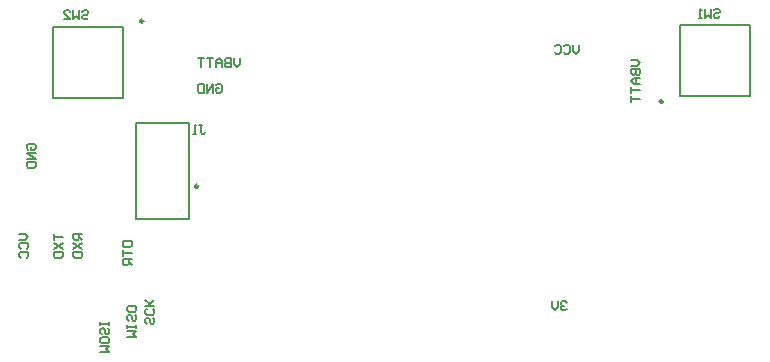
<source format=gbo>
G04*
G04 #@! TF.GenerationSoftware,Altium Limited,Altium Designer,19.1.7 (138)*
G04*
G04 Layer_Color=32896*
%FSLAX25Y25*%
%MOIN*%
G70*
G01*
G75*
%ADD10C,0.00984*%
%ADD13C,0.00787*%
%ADD16C,0.00600*%
D10*
X131819Y251421D02*
G03*
X131819Y251421I-492J0D01*
G01*
X304992Y224579D02*
G03*
X304992Y224579I-492J0D01*
G01*
X150079Y196358D02*
G03*
X150079Y196358I-492J0D01*
G01*
D13*
X125224Y225831D02*
Y249453D01*
X101602Y225831D02*
Y249453D01*
Y225831D02*
X125224D01*
X101602Y249453D02*
X125224D01*
X310602Y226547D02*
Y250169D01*
X334224Y226547D02*
Y250169D01*
X310602D02*
X334224D01*
X310602Y226547D02*
X334224D01*
X129508Y185335D02*
Y217618D01*
X147028D01*
Y185335D02*
Y217618D01*
X129508Y185335D02*
X147028D01*
D16*
X294501Y238500D02*
X296500D01*
X297500Y237500D01*
X296500Y236501D01*
X294501D01*
Y235501D02*
X297500D01*
Y234001D01*
X297000Y233502D01*
X296500D01*
X296001Y234001D01*
Y235501D01*
Y234001D01*
X295501Y233502D01*
X295001D01*
X294501Y234001D01*
Y235501D01*
X297500Y232502D02*
X295501D01*
X294501Y231502D01*
X295501Y230503D01*
X297500D01*
X296001D01*
Y232502D01*
X294501Y229503D02*
Y227504D01*
Y228503D01*
X297500D01*
X294501Y226504D02*
Y224504D01*
Y225504D01*
X297500D01*
X273000Y157499D02*
X272500Y157999D01*
X271500D01*
X271001Y157499D01*
Y156999D01*
X271500Y156500D01*
X272000D01*
X271500D01*
X271001Y156000D01*
Y155500D01*
X271500Y155000D01*
X272500D01*
X273000Y155500D01*
X270001Y157999D02*
Y156000D01*
X269001Y155000D01*
X268002Y156000D01*
Y157999D01*
X277000Y243499D02*
Y241500D01*
X276000Y240500D01*
X275001Y241500D01*
Y243499D01*
X272002Y242999D02*
X272501Y243499D01*
X273501D01*
X274001Y242999D01*
Y241000D01*
X273501Y240500D01*
X272501D01*
X272002Y241000D01*
X269003Y242999D02*
X269502Y243499D01*
X270502D01*
X271002Y242999D01*
Y241000D01*
X270502Y240500D01*
X269502D01*
X269003Y241000D01*
X156001Y229999D02*
X156500Y230499D01*
X157500D01*
X158000Y229999D01*
Y228000D01*
X157500Y227500D01*
X156500D01*
X156001Y228000D01*
Y228999D01*
X157000D01*
X155001Y227500D02*
Y230499D01*
X153002Y227500D01*
Y230499D01*
X152002D02*
Y227500D01*
X150502D01*
X150003Y228000D01*
Y229999D01*
X150502Y230499D01*
X152002D01*
X164000Y238999D02*
Y237000D01*
X163000Y236000D01*
X162001Y237000D01*
Y238999D01*
X161001D02*
Y236000D01*
X159501D01*
X159002Y236500D01*
Y237000D01*
X159501Y237499D01*
X161001D01*
X159501D01*
X159002Y237999D01*
Y238499D01*
X159501Y238999D01*
X161001D01*
X158002Y236000D02*
Y237999D01*
X157002Y238999D01*
X156003Y237999D01*
Y236000D01*
Y237499D01*
X158002D01*
X155003Y238999D02*
X153004D01*
X154003D01*
Y236000D01*
X152004Y238999D02*
X150004D01*
X151004D01*
Y236000D01*
X134999Y152499D02*
X135499Y151999D01*
Y151000D01*
X134999Y150500D01*
X134499D01*
X134000Y151000D01*
Y151999D01*
X133500Y152499D01*
X133000D01*
X132500Y151999D01*
Y151000D01*
X133000Y150500D01*
X134999Y155498D02*
X135499Y154999D01*
Y153999D01*
X134999Y153499D01*
X133000D01*
X132500Y153999D01*
Y154999D01*
X133000Y155498D01*
X135499Y156498D02*
X132500D01*
X133500D01*
X135499Y158497D01*
X134000Y156998D01*
X132500Y158497D01*
X126500Y146000D02*
X129499D01*
X128499Y147000D01*
X129499Y147999D01*
X126500D01*
X129499Y148999D02*
Y149999D01*
Y149499D01*
X126500D01*
Y148999D01*
Y149999D01*
X128999Y153498D02*
X129499Y152998D01*
Y151998D01*
X128999Y151498D01*
X128499D01*
X127999Y151998D01*
Y152998D01*
X127500Y153498D01*
X127000D01*
X126500Y152998D01*
Y151998D01*
X127000Y151498D01*
X129499Y155997D02*
Y154997D01*
X128999Y154497D01*
X127000D01*
X126500Y154997D01*
Y155997D01*
X127000Y156497D01*
X128999D01*
X129499Y155997D01*
X117500Y141000D02*
X120499D01*
X119499Y142000D01*
X120499Y142999D01*
X117500D01*
X120499Y145499D02*
Y144499D01*
X119999Y143999D01*
X118000D01*
X117500Y144499D01*
Y145499D01*
X118000Y145998D01*
X119999D01*
X120499Y145499D01*
X119999Y148997D02*
X120499Y148498D01*
Y147498D01*
X119999Y146998D01*
X119499D01*
X119000Y147498D01*
Y148498D01*
X118500Y148997D01*
X118000D01*
X117500Y148498D01*
Y147498D01*
X118000Y146998D01*
X120499Y149997D02*
Y150997D01*
Y150497D01*
X117500D01*
Y149997D01*
Y150997D01*
X125001Y178000D02*
X128000D01*
Y176500D01*
X127500Y176001D01*
X125501D01*
X125001Y176500D01*
Y178000D01*
Y175001D02*
Y173002D01*
Y174001D01*
X128000D01*
Y172002D02*
X125001D01*
Y170502D01*
X125501Y170003D01*
X126500D01*
X127000Y170502D01*
Y172002D01*
Y171002D02*
X128000Y170003D01*
X111500Y180500D02*
X108501D01*
Y179000D01*
X109001Y178501D01*
X110001D01*
X110500Y179000D01*
Y180500D01*
Y179500D02*
X111500Y178501D01*
X108501Y177501D02*
X111500Y175502D01*
X108501D02*
X111500Y177501D01*
X108501Y174502D02*
X111500D01*
Y173002D01*
X111000Y172503D01*
X109001D01*
X108501Y173002D01*
Y174502D01*
X93501Y208501D02*
X93001Y209000D01*
Y210000D01*
X93501Y210500D01*
X95500D01*
X96000Y210000D01*
Y209000D01*
X95500Y208501D01*
X94500D01*
Y209500D01*
X96000Y207501D02*
X93001D01*
X96000Y205502D01*
X93001D01*
Y204502D02*
X96000D01*
Y203002D01*
X95500Y202503D01*
X93501D01*
X93001Y203002D01*
Y204502D01*
X90501Y180500D02*
X92500D01*
X93500Y179500D01*
X92500Y178501D01*
X90501D01*
X91001Y175502D02*
X90501Y176001D01*
Y177001D01*
X91001Y177501D01*
X93000D01*
X93500Y177001D01*
Y176001D01*
X93000Y175502D01*
X91001Y172503D02*
X90501Y173002D01*
Y174002D01*
X91001Y174502D01*
X93000D01*
X93500Y174002D01*
Y173002D01*
X93000Y172503D01*
X102001Y180500D02*
Y178501D01*
Y179500D01*
X105000D01*
X102001Y177501D02*
X105000Y175502D01*
X102001D02*
X105000Y177501D01*
X102001Y174502D02*
X105000D01*
Y173002D01*
X104500Y172503D01*
X102501D01*
X102001Y173002D01*
Y174502D01*
X111501Y254499D02*
X112001Y254999D01*
X113000D01*
X113500Y254499D01*
Y253999D01*
X113000Y253500D01*
X112001D01*
X111501Y253000D01*
Y252500D01*
X112001Y252000D01*
X113000D01*
X113500Y252500D01*
X110501Y254999D02*
Y252000D01*
X109501Y253000D01*
X108502Y252000D01*
Y254999D01*
X105503Y252000D02*
X107502D01*
X105503Y253999D01*
Y254499D01*
X106002Y254999D01*
X107002D01*
X107502Y254499D01*
X322001Y254999D02*
X322500Y255499D01*
X323500D01*
X324000Y254999D01*
Y254499D01*
X323500Y253999D01*
X322500D01*
X322001Y253500D01*
Y253000D01*
X322500Y252500D01*
X323500D01*
X324000Y253000D01*
X321001Y255499D02*
Y252500D01*
X320001Y253500D01*
X319002Y252500D01*
Y255499D01*
X318002Y252500D02*
X317002D01*
X317502D01*
Y255499D01*
X318002Y254999D01*
X150516Y216975D02*
X151516D01*
X151016D01*
Y214476D01*
X151516Y213976D01*
X152016D01*
X152516Y214476D01*
X149517Y213976D02*
X148517D01*
X149017D01*
Y216975D01*
X149517Y216476D01*
M02*

</source>
